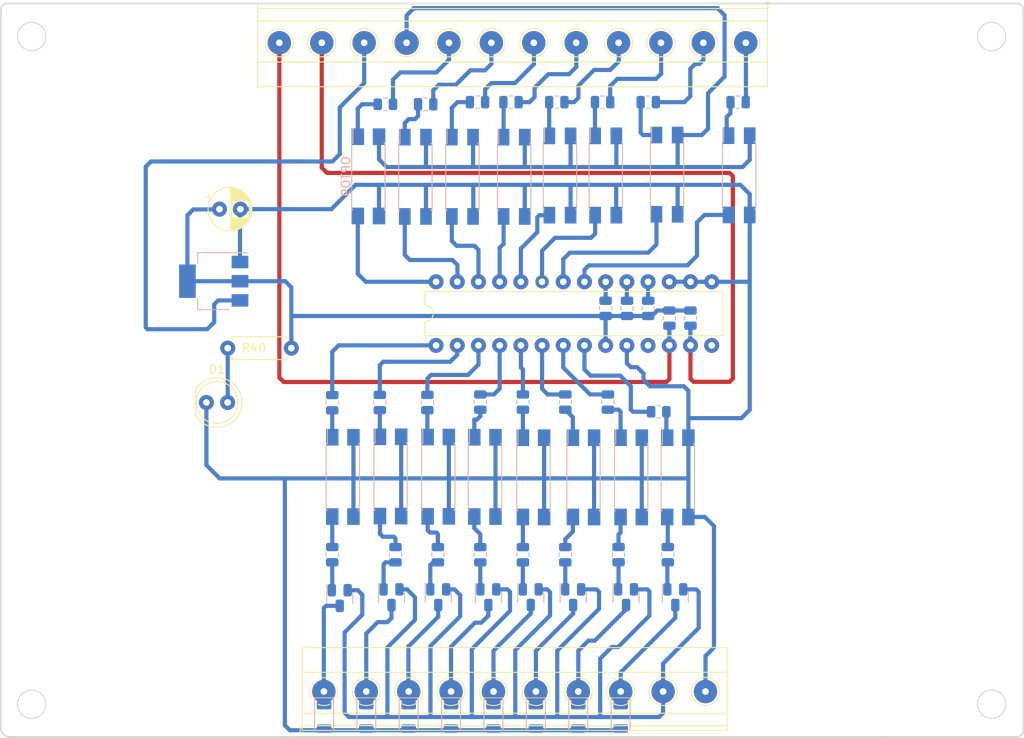
<source format=kicad_pcb>
(kicad_pcb (version 20211014) (generator pcbnew)
  (layers (0 "F.Cu" signal) (31 "B.Cu" signal) (34 "B.Paste" user) (35 "F.Paste" user) (36 "B.SilkS" user "B.Silkscreen") (37 "F.SilkS" user "F.Silkscreen") (38 "B.Mask" user) (39 "F.Mask" user) (44 "Edge.Cuts" user))
  (net 0 "")
  (net 1 "/3V3")
  (net 2 "GND")
  (net 3 "Net-(D2-Pad1)")
  (net 4 "Net-(D3-Pad1)")
  (net 5 "Net-(D4-Pad1)")
  (net 6 "Net-(D5-Pad1)")
  (net 7 "Net-(D6-Pad1)")
  (net 8 "Net-(D7-Pad1)")
  (net 9 "Net-(D8-Pad1)")
  (net 10 "Net-(J2-Pad4)")
  (net 11 "Net-(J2-Pad5)")
  (net 12 "Net-(J2-Pad6)")
  (net 13 "Net-(J2-Pad7)")
  (net 14 "Net-(D1-Pad2)")
  (net 15 "Net-(OPTO1-Pad1)")
  (net 16 "Net-(OPTO1-Pad4)")
  (net 17 "Net-(OPTO2-Pad1)")
  (net 18 "Net-(OPTO2-Pad4)")
  (net 19 "Net-(OPTO3-Pad1)")
  (net 20 "Net-(OPTO3-Pad4)")
  (net 21 "Net-(OPTO4-Pad1)")
  (net 22 "Net-(OPTO4-Pad4)")
  (net 23 "Net-(OPTO5-Pad1)")
  (net 24 "Net-(OPTO5-Pad4)")
  (net 25 "Net-(OPTO6-Pad1)")
  (net 26 "Net-(OPTO6-Pad4)")
  (net 27 "Net-(OPTO7-Pad1)")
  (net 28 "Net-(OPTO7-Pad4)")
  (net 29 "Net-(OPTO8-Pad1)")
  (net 30 "Net-(OPTO8-Pad4)")
  (net 31 "Net-(OPTO9-Pad1)")
  (net 32 "Net-(OPTO9-Pad4)")
  (net 33 "/VCC1")
  (net 34 "Net-(R1-Pad2)")
  (net 35 "Net-(R2-Pad2)")
  (net 36 "Net-(R3-Pad2)")
  (net 37 "Net-(R4-Pad2)")
  (net 38 "Net-(R5-Pad2)")
  (net 39 "Net-(R6-Pad2)")
  (net 40 "Net-(R7-Pad2)")
  (net 41 "Net-(R8-Pad2)")
  (net 42 "Net-(R10-Pad1)")
  (net 43 "Net-(R11-Pad1)")
  (net 44 "Net-(R12-Pad1)")
  (net 45 "Net-(R13-Pad1)")
  (net 46 "Net-(R14-Pad1)")
  (net 49 "Net-(U1-Pad22)")
  (net 50 "Net-(U1-Pad23)")
  (net 51 "Net-(U1-Pad24)")
  (net 52 "Net-(U1-Pad25)")
  (net 53 "Net-(U1-Pad26)")
  (net 54 "Net-(U1-Pad27)")
  (net 55 "Net-(J2-Pad1)")
  (net 56 "Net-(Q1-Pad1)")
  (net 57 "Net-(Q2-Pad1)")
  (net 58 "Net-(Q3-Pad1)")
  (net 59 "Net-(Q4-Pad1)")
  (net 60 "Net-(Q5-Pad1)")
  (net 61 "Net-(Q6-Pad1)")
  (net 62 "Net-(Q7-Pad1)")
  (net 63 "Net-(Q8-Pad1)")
  (net 64 "Net-(R15-Pad1)")
  (net 65 "Net-(R16-Pad1)")
  (net 66 "Net-(R17-Pad1)")
  (net 67 "Net-(R18-Pad1)")
  (net 68 "Net-(R19-Pad1)")
  (net 69 "Net-(J2-Pad11)")
  (net 70 "Net-(D9-Pad1)")
  (net 71 "Net-(J2-Pad2)")
  (net 72 "Net-(J2-Pad3)")
  (net 73 "Net-(J2-Pad12)")
  (net 74 "Net-(U1-Pad21)")
  (net 75 "Net-(J2-Pad8)")
  (net 76 "Net-(J2-Pad9)")
  (net 77 "Net-(J2-Pad10)")
  (footprint "LED_THT:LED_D5.0mm" (layer "F.Cu") (at 25.62901 49.04101)
    (fp_text reference "D1")
    (fp_text value "LED")
  )
  (footprint "Package_DIP:DIP-28_W7.62mm" (layer "F.Cu") (at 53.14383 42.19841 90)
    (fp_text reference "U1" hide)
    (fp_text value "MCP23017_SP" hide)
  )
  (footprint "Capacitor_THT:CP_Radial_D5.0mm_P2.50mm" (layer "F.Cu") (at 27.198898 25.87621)
    (fp_text reference "C1" hide)
    (fp_text value "C_Polarized_Small" hide)
  )
  (footprint "TerminalBlock_Phoenix:TerminalBlock_Phoenix_MKDS-1,5-12-5.08_1x12_P5.08mm_Horizontal" (layer "F.Cu") (at 90.25002 5.944 180)
    (fp_text reference "J2" hide)
    (fp_text value "Screw_Terminal_01x12" hide)
  )
  (footprint "Resistor_THT:R_Axial_DIN0207_L6.3mm_D2.5mm_P7.62mm_Horizontal" (layer "F.Cu") (at 35.80401 42.53139 180)
    (fp_text reference "R40")
    (fp_text value "R_Small" hide)
  )
  (footprint "TerminalBlock_Phoenix:TerminalBlock_Phoenix_MKDS-1,5-10-5.08_1x10_P5.08mm_Horizontal" (layer "F.Cu") (at 39.70402 83.668)
    (fp_text reference "J1" hide)
    (fp_text value "Screw_Terminal_01x10" hide)
  )
  (footprint "Diode_SMD:D_1206_3216Metric" (layer "B.Cu") (at 75.26001 86.70561 -90)
    (fp_text reference "D9" hide)
    (fp_text value "1N4148" hide)
  )
  (footprint "Package_TO_SOT_SMD:SOT-23" (layer "B.Cu") (at 59.40401 72.36739 -90)
    (fp_text reference "Q4" hide)
    (fp_text value "2N5401" hide)
  )
  (footprint "Resistor_SMD:R_0805_2012Metric" (layer "B.Cu") (at 53.36243 67.27821 90)
    (fp_text reference "R22" hide)
    (fp_text value "560" hide)
  )
  (footprint "Resistor_SMD:R_0805_2012Metric" (layer "B.Cu") (at 68.62783 67.27821 90)
    (fp_text reference "R25" hide)
    (fp_text value "560" hide)
  )
  (footprint "Resistor_SMD:R_0805_2012Metric" (layer "B.Cu") (at 63.54783 67.28011 90)
    (fp_text reference "R24" hide)
    (fp_text value "560" hide)
  )
  (footprint "Resistor_SMD:R_0805_2012Metric" (layer "B.Cu") (at 89.32883 13.056)
    (fp_text reference "R10" hide)
    (fp_text value "560" hide)
  )
  (footprint "Resistor_SMD:R_0805_2012Metric" (layer "B.Cu") (at 58.44243 67.27821 90)
    (fp_text reference "R23" hide)
    (fp_text value "560" hide)
  )
  (footprint "my_footprint:SO-4_7.6x3.6mm_P2.54mm_1234" (layer "B.Cu") (at 67.98981 21.84779 -90)
    (fp_text reference "U13" hide)
    (fp_text value "PC817" hide)
  )
  (footprint "Resistor_SMD:R_0805_2012Metric" (layer "B.Cu") (at 62.12241 13.056)
    (fp_text reference "R14" hide)
    (fp_text value "560" hide)
  )
  (footprint "my_footprint:SO-4_7.6x3.6mm_P2.54mm_1234" (layer "B.Cu") (at 50.66701 22.00019 -90)
    (fp_text reference "U16" hide)
    (fp_text value "PC817" hide)
  )
  (footprint "Resistor_SMD:R_0805_2012Metric" (layer "B.Cu") (at 79.82201 50.15139 180)
    (fp_text reference "R8" hide)
    (fp_text value "560" hide)
  )
  (footprint "Resistor_SMD:R_0805_2012Metric" (layer "B.Cu") (at 81.09923 38.93371 90)
    (fp_text reference "R30" hide)
    (fp_text value "10K" hide)
  )
  (footprint "Resistor_SMD:R_0805_2012Metric" (layer "B.Cu") (at 80.90401 67.26739 90)
    (fp_text reference "R27" hide)
    (fp_text value "560" hide)
  )
  (footprint "Resistor_SMD:R_0805_2012Metric" (layer "B.Cu") (at 40.70401 67.26739 90)
    (fp_text reference "R20" hide)
    (fp_text value "560" hide)
  )
  (footprint "Resistor_SMD:R_0805_2012Metric" (layer "B.Cu") (at 51.89602 13.31)
    (fp_text reference "R16" hide)
    (fp_text value "560" hide)
  )
  (footprint "Resistor_SMD:R_0805_2012Metric" (layer "B.Cu") (at 83.61383 38.93181 90)
    (fp_text reference "R29" hide)
    (fp_text value "10K" hide)
  )
  (footprint "Resistor_SMD:R_0805_2012Metric" (layer "B.Cu") (at 68.62783 48.99021 90)
    (fp_text reference "R6" hide)
    (fp_text value "560" hide)
  )
  (footprint "my_footprint:SO-4_7.6x3.6mm_P2.54mm_1234" (layer "B.Cu") (at 53.40601 57.93101 -90)
    (fp_text reference "OPTO3" hide)
    (fp_text value "PC817" hide)
  )
  (footprint "Diode_SMD:D_1206_3216Metric" (layer "B.Cu") (at 44.78001 86.70561 -90)
    (fp_text reference "D3" hide)
    (fp_text value "1N4148" hide)
  )
  (footprint "Resistor_SMD:R_0805_2012Metric" (layer "B.Cu") (at 73.45383 37.76341 -90)
    (fp_text reference "R18" hide)
    (fp_text value "10K" hide)
  )
  (footprint "my_footprint:SO-4_7.6x3.6mm_P2.54mm_1234" (layer "B.Cu") (at 47.69101 57.89839 -90)
    (fp_text reference "OPTO2" hide)
    (fp_text value "PC817" hide)
  )
  (footprint "Resistor_SMD:R_0805_2012Metric" (layer "B.Cu") (at 58.44243 48.99021 90)
    (fp_text reference "R4" hide)
    (fp_text value "560" hide)
  )
  (footprint "my_footprint:SO-4_7.6x3.6mm_P2.54mm_1234" (layer "B.Cu") (at 41.97601 57.95641 -90)
    (fp_text reference "OPTO1" hide)
    (fp_text value "PC817" hide)
  )
  (footprint "Resistor_SMD:R_0805_2012Metric" (layer "B.Cu") (at 78.55923 37.76341 -90)
    (fp_text reference "R19" hide)
    (fp_text value "10K" hide)
  )
  (footprint "Package_TO_SOT_SMD:SOT-23" (layer "B.Cu") (at 41.60401 72.46739 -90)
    (fp_text reference "Q1" hide)
    (fp_text value "2N5401" hide)
  )
  (footprint "Package_TO_SOT_SMD:SOT-223-3_TabPin2" (layer "B.Cu") (at 26.50401 34.50939 180)
    (fp_text reference "U2" hide)
    (fp_text value "LM1117-3.3" hide)
  )
  (footprint "Package_TO_SOT_SMD:SOT-23" (layer "B.Cu") (at 53.40401 72.36739 -90)
    (fp_text reference "Q3" hide)
    (fp_text value "2N5401" hide)
  )
  (footprint "Resistor_SMD:R_0805_2012Metric" (layer "B.Cu") (at 67.60881 13.056)
    (fp_text reference "R13" hide)
    (fp_text value "560" hide)
  )
  (footprint "Diode_SMD:D_1206_3216Metric" (layer "B.Cu") (at 49.86001 86.70561 -90)
    (fp_text reference "D4" hide)
    (fp_text value "1N4148" hide)
  )
  (footprint "my_footprint:SO-4_7.6x3.6mm_P2.54mm_1234" (layer "B.Cu") (at 56.30581 22.00019 -90)
    (fp_text reference "U15" hide)
    (fp_text value "PC817" hide)
  )
  (footprint "my_footprint:SO-4_7.6x3.6mm_P2.54mm_1234" (layer "B.Cu") (at 76.52001 58.00721 -90)
    (fp_text reference "OPTO7" hide)
    (fp_text value "PC817" hide)
  )
  (footprint "Resistor_SMD:R_0805_2012Metric" (layer "B.Cu") (at 63.54783 48.99021 90)
    (fp_text reference "R5" hide)
    (fp_text value "560" hide)
  )
  (footprint "Resistor_SMD:R_0805_2012Metric" (layer "B.Cu") (at 46.40401 49.04291 90)
    (fp_text reference "R2" hide)
    (fp_text value "560" hide)
  )
  (footprint "Resistor_SMD:R_0805_2012Metric" (layer "B.Cu") (at 52.10401 49.04101 90)
    (fp_text reference "R3" hide)
    (fp_text value "560" hide)
  )
  (footprint "Resistor_SMD:R_0805_2012Metric" (layer "B.Cu") (at 48.28243 67.27821 90)
    (fp_text reference "R21" hide)
    (fp_text value "560" hide)
  )
  (footprint "my_footprint:SO-4_7.6x3.6mm_P2.54mm_1234" (layer "B.Cu") (at 58.99401 57.95641 -90)
    (fp_text reference "OPTO4" hide)
    (fp_text value "PC817" hide)
  )
  (footprint "my_footprint:SO-4_7.6x3.6mm_P2.54mm_1234" (layer "B.Cu") (at 82.10801 58.00721 -90)
    (fp_text reference "OPTO8" hide)
    (fp_text value "PC817" hide)
  )
  (footprint "Diode_SMD:D_1206_3216Metric" (layer "B.Cu") (at 60.02001 86.70561 -90)
    (fp_text reference "D6" hide)
    (fp_text value "1N4148" hide)
  )
  (footprint "Resistor_SMD:R_0805_2012Metric" (layer "B.Cu") (at 47.07002 13.31)
    (fp_text reference "R9" hide)
    (fp_text value "560" hide)
  )
  (footprint "Diode_SMD:D_1206_3216Metric" (layer "B.Cu") (at 39.72541 86.70561 -90)
    (fp_text reference "D2" hide)
    (fp_text value "1N4148" hide)
  )
  (footprint "Package_TO_SOT_SMD:SOT-23" (layer "B.Cu") (at 75.90401 72.36739 -90)
    (fp_text reference "Q7" hide)
    (fp_text value "2N5401" hide)
  )
  (footprint "my_footprint:SO-4_7.6x3.6mm_P2.54mm_1234" (layer "B.Cu") (at 89.45281 21.82239 -90)
    (fp_text reference "U10" hide)
    (fp_text value "PC817" hide)
  )
  (footprint "Resistor_SMD:R_0805_2012Metric" (layer "B.Cu") (at 73.09521 13.056)
    (fp_text reference "R12" hide)
    (fp_text value "560" hide)
  )
  (footprint "Resistor_SMD:R_0805_2012Metric" (layer "B.Cu") (at 73.73323 48.99021 90)
    (fp_text reference "R7" hide)
    (fp_text value "560" hide)
  )
  (footprint "Package_TO_SOT_SMD:SOT-23" (layer "B.Cu") (at 69.56763 72.36739 -90)
    (fp_text reference "Q6" hide)
    (fp_text value "2N5401" hide)
  )
  (footprint "my_footprint:SO-4_7.6x3.6mm_P2.54mm_1234" (layer "B.Cu") (at 70.80501 58.00721 -90)
    (fp_text reference "OPTO6" hide)
    (fp_text value "PC817" hide)
  )
  (footprint "my_footprint:SO-4_7.6x3.6mm_P2.54mm_1234" (layer "B.Cu") (at 62.50341 22.00019 -90)
    (fp_text reference "U14" hide)
    (fp_text value "PC817" hide)
  )
  (footprint "Resistor_SMD:R_0805_2012Metric" (layer "B.Cu") (at 40.70401 49.06641 90)
    (fp_text reference "R1" hide)
    (fp_text value "560" hide)
  )
  (footprint "my_footprint:SO-4_7.6x3.6mm_P2.54mm_1234" (layer "B.Cu") (at 73.47201 21.84779 -90)
    (fp_text reference "U12" hide)
    (fp_text value "PC817" hide)
  )
  (footprint "Diode_SMD:D_1206_3216Metric" (layer "B.Cu") (at 54.94001 86.70561 -90)
    (fp_text reference "D5" hide)
    (fp_text value "1N4148" hide)
  )
  (footprint "Resistor_SMD:R_0805_2012Metric" (layer "B.Cu") (at 58.10921 13.056)
    (fp_text reference "R15" hide)
    (fp_text value "560" hide)
  )
  (footprint "my_footprint:SO-4_7.6x3.6mm_P2.54mm_1234" (layer "B.Cu") (at 45.03802 21.946 -90)
    (fp_text reference "OPTO9")
    (fp_text value "PC818" hide)
  )
  (footprint "Resistor_SMD:R_0805_2012Metric" (layer "B.Cu") (at 75.00401 67.26739 90)
    (fp_text reference "R26" hide)
    (fp_text value "560" hide)
  )
  (footprint "Package_TO_SOT_SMD:SOT-23" (layer "B.Cu") (at 64.48763 72.36739 -90)
    (fp_text reference "Q5" hide)
    (fp_text value "2N5401" hide)
  )
  (footprint "Package_TO_SOT_SMD:SOT-23" (layer "B.Cu") (at 81.80401 72.36739 -90)
    (fp_text reference "Q8" hide)
    (fp_text value "2N5401" hide)
  )
  (footprint "my_footprint:SO-4_7.6x3.6mm_P2.54mm_1234" (layer "B.Cu") (at 80.81681 21.74619 -90)
    (fp_text reference "U11" hide)
    (fp_text value "PC817" hide)
  )
  (footprint "Diode_SMD:D_1206_3216Metric" (layer "B.Cu") (at 65.10001 86.70561 -90)
    (fp_text reference "D7" hide)
    (fp_text value "1N4148" hide)
  )
  (footprint "Package_TO_SOT_SMD:SOT-23" (layer "B.Cu") (at 47.80401 72.36739 -90)
    (fp_text reference "Q2" hide)
    (fp_text value "2N5401" hide)
  )
  (footprint "my_footprint:SO-4_7.6x3.6mm_P2.54mm_1234" (layer "B.Cu") (at 64.81783 58.00721 -90)
    (fp_text reference "OPTO5" hide)
    (fp_text value "PC817" hide)
  )
  (footprint "Diode_SMD:D_1206_3216Metric" (layer "B.Cu") (at 70.18001 86.70561 -90)
    (fp_text reference "D8" hide)
    (fp_text value "1N4148" hide)
  )
  (footprint "Resistor_SMD:R_0805_2012Metric" (layer "B.Cu") (at 76.01923 37.76341 -90)
    (fp_text reference "R17" hide)
    (fp_text value "10K" hide)
  )
  (footprint "Resistor_SMD:R_0805_2012Metric" (layer "B.Cu") (at 78.56602 13.056)
    (fp_text reference "R11" hide)
    (fp_text value "560" hide)
  )
  (gr_circle (center 4.7 5.1968) (end 6.4 5.1968) (layer "Edge.Cuts") (width 0.1) (fill none))
  (gr_line (start 1 2) (end 1 87.979) (layer "Edge.Cuts") (width 0.2))
  (gr_arc (start 1 2) (mid 1.223188 1.461188) (end 1.762 1.238) (layer "Edge.Cuts") (width 0.2))
  (gr_line (start 2.143 89.122) (end 122.738 89.1088) (layer "Edge.Cuts") (width 0.2))
  (gr_line (start 123.5 88.3468) (end 123.5 2) (layer "Edge.Cuts") (width 0.2))
  (gr_circle (center 4.687804 85.1968) (end 6.387804 85.1968) (layer "Edge.Cuts") (width 0.1) (fill none))
  (gr_line (start 122.738 1.238) (end 1.762 1.238) (layer "Edge.Cuts") (width 0.2))
  (gr_arc (start 2.143 89.122) (mid 1.334787 88.787219) (end 1 87.979) (layer "Edge.Cuts") (width 0.2))
  (gr_circle (center 119.699004 5.1972) (end 121.399004 5.1972) (layer "Edge.Cuts") (width 0.1) (fill none))
  (gr_arc (start 122.738 1.238) (mid 123.276825 1.46118) (end 123.5 2) (layer "Edge.Cuts") (width 0.2))
  (gr_arc (start 123.496189 88.346385) (mid 123.273012 88.885209) (end 122.734189 89.108385) (layer "Edge.Cuts") (width 0.2))
  (gr_circle (center 119.699004 85.1818) (end 121.399004 85.1818) (layer "Edge.Cuts") (width 0.1) (fill none))
  (segment (start 35.06939 34.50939) (end 35.80401 35.24401) (width 0.5) (layer "B.Cu") (net 1))
  (segment (start 23.35401 26.61201) (end 23.35401 34.50939) (width 0.5) (layer "B.Cu") (net 1))
  (segment (start 27.198898 25.87621) (end 27.165718 25.90939) (width 0.25) (layer "B.Cu") (net 1))
  (segment (start 23.35401 34.50939) (end 35.06939 34.50939) (width 0.5) (layer "B.Cu") (net 1))
  (segment (start 79.64953 38.01931) (end 83.61383 38.01931) (width 0.5) (layer "B.Cu") (net 1))
  (segment (start 78.55923 38.67591) (end 78.99293 38.67591) (width 0.5) (layer "B.Cu") (net 1))
  (segment (start 78.55923 38.67591) (end 35.87471 38.67591) (width 0.5) (layer "B.Cu") (net 1))
  (segment (start 78.99293 38.67591) (end 79.64953 38.01931) (width 0.5) (layer "B.Cu") (net 1))
  (segment (start 24.05663 25.90939) (end 23.35401 26.61201) (width 0.5) (layer "B.Cu") (net 1))
  (segment (start 35.80401 35.24401) (end 35.80401 42.53139) (width 0.5) (layer "B.Cu") (net 1))
  (segment (start 27.165718 25.90939) (end 24.05663 25.90939) (width 0.5) (layer "B.Cu") (net 1))
  (segment (start 73.45383 38.67591) (end 73.45383 42.18841) (width 0.5) (layer "B.Cu") (net 1))
  (segment (start 83.37801 47.64539) (end 83.37801 53.25721) (width 0.5) (layer "B.Cu") (net 2))
  (segment (start 48.96101 53.14839) (end 48.96101 62.64839) (width 0.5) (layer "B.Cu") (net 2))
  (segment (start 85.00083 34.57841) (end 86.16383 34.57841) (width 0.5) (layer "B.Cu") (net 2))
  (segment (start 85.34123 62.75721) (end 86.44002 63.856) (width 0.5) (layer "B.Cu") (net 2))
  (segment (start 72.07501 62.75721) (end 72.07501 53.25721) (width 0.5) (layer "B.Cu") (net 2))
  (segment (start 83.37801 50.91339) (end 89.73063 50.91339) (width 0.5) (layer "B.Cu") (net 2))
  (segment (start 74.74201 26.59779) (end 74.72081 26.57659) (width 0.25) (layer "B.Cu") (net 2))
  (segment (start 29.65401 25.921098) (end 29.698898 25.87621) (width 0.25) (layer "B.Cu") (net 2))
  (segment (start 66.08783 53.25721) (end 66.08783 62.75721) (width 0.5) (layer "B.Cu") (net 2))
  (segment (start 25.62901 49.04101) (end 25.62901 56.54239) (width 0.5) (layer "B.Cu") (net 2))
  (segment (start 90.72281 49.92121) (end 90.72281 34.42721) (width 0.5) (layer "B.Cu") (net 2))
  (segment (start 76.47801 44.80939) (end 77.24001 44.80939) (width 0.5) (layer "B.Cu") (net 2))
  (segment (start 81.08383 34.57841) (end 85.00083 34.57841) (width 0.5) (layer "B.Cu") (net 2))
  (segment (start 43.24601 53.20641) (end 43.24601 62.70641) (width 0.5) (layer "B.Cu") (net 2))
  (segment (start 49.84623 87.85161) (end 49.86001 87.86539) (width 0.5) (layer "B.Cu") (net 2))
  (segment (start 78.00201 45.57139) (end 78.00201 46.33339) (width 0.5) (layer "B.Cu") (net 2))
  (segment (start 57.60121 26.72479) (end 57.60121 22.96539) (width 0.5) (layer "B.Cu") (net 2))
  (segment (start 27.21923 58.13261) (end 83.27801 58.13261) (width 0.5) (layer "B.Cu") (net 2))
  (segment (start 78.00201 46.33339) (end 78.76401 47.09539) (width 0.5) (layer "B.Cu") (net 2))
  (segment (start 46.30802 26.696) (end 46.30802 22.96878) (width 0.5) (layer "B.Cu") (net 2))
  (segment (start 83.37801 58.03261) (end 83.37801 62.75721) (width 0.5) (layer "B.Cu") (net 2))
  (segment (start 90.72281 26.57239) (end 90.72281 24.08299) (width 0.5) (layer "B.Cu") (net 2))
  (segment (start 76.00383 44.33521) (end 76.47801 44.80939) (width 0.5) (layer "B.Cu") (net 2))
  (segment (start 35.03079 87.71939) (end 35.03079 58.34939) (width 0.5) (layer "B.Cu") (net 2))
  (segment (start 69.25981 22.99079) (end 69.28521 22.96539) (width 0.25) (layer "B.Cu") (net 2))
  (segment (start 83.37801 53.25721) (end 83.37801 58.03261) (width 0.5) (layer "B.Cu") (net 2))
  (segment (start 40.59981 25.87621) (end 43.51063 22.96539) (width 0.5) (layer "B.Cu") (net 2))
  (segment (start 89.73063 50.91339) (end 90.72281 49.92121) (width 0.5) (layer "B.Cu") (net 2))
  (segment (start 74.72081 26.57659) (end 74.72081 22.96539) (width 0.5) (layer "B.Cu") (net 2))
  (segment (start 29.65401 25.921098) (end 29.65401 32.20939) (width 0.5) (layer "B.Cu") (net 2))
  (segment (start 27.21923 58.13261) (end 25.62901 56.54239) (width 0.5) (layer "B.Cu") (net 2))
  (segment (start 85.42402 79.4094) (end 86.44002 78.3934) (width 0.5) (layer "B.Cu") (net 2))
  (segment (start 75.00901 88.22961) (end 75.26001 87.97861) (width 0.5) (layer "B.Cu") (net 2))
  (segment (start 82.08681 23.06699) (end 82.18841 22.96539) (width 0.25) (layer "B.Cu") (net 2))
  (segment (start 63.77341 26.75019) (end 63.77341 23.09239) (width 0.5) (layer "B.Cu") (net 2))
  (segment (start 77.79001 53.25721) (end 77.79001 62.75721) (width 0.5) (layer "B.Cu") (net 2))
  (segment (start 35.61601 88.30461) (end 74.99601 88.30461) (width 0.5) (layer "B.Cu") (net 2))
  (segment (start 90.57161 34.57841) (end 90.72281 34.42721) (width 0.5) (layer "B.Cu") (net 2))
  (segment (start 86.44002 63.856) (end 86.44002 78.3934) (width 0.5) (layer "B.Cu") (net 2))
  (segment (start 78.76401 47.09539) (end 82.82801 47.09539) (width 0.5) (layer "B.Cu") (net 2))
  (segment (start 85.42402 83.668) (end 85.42402 79.4094) (width 0.5) (layer "B.Cu") (net 2))
  (segment (start 46.30802 22.96878) (end 46.31141 22.96539) (width 0.25) (layer "B.Cu") (net 2))
  (segment (start 29.698898 25.87621) (end 40.59981 25.87621) (width 0.5) (layer "B.Cu") (net 2))
  (segment (start 90.72281 24.08299) (end 89.60521 22.96539) (width 0.5) (layer "B.Cu") (net 2))
  (segment (start 35.03079 87.71939) (end 35.61601 88.30461) (width 0.5) (layer "B.Cu") (net 2))
  (segment (start 83.37801 62.75721) (end 85.34123 62.75721) (width 0.5) (layer "B.Cu") (net 2))
  (segment (start 86.16383 34.57841) (end 90.57161 34.57841) (width 0.5) (layer "B.Cu") (net 2))
  (segment (start 51.93701 26.75019) (end 51.93701 23.14319) (width 0.5) (layer "B.Cu") (net 2))
  (segment (start 76.00383 42.19841) (end 76.00383 44.33521) (width 0.5) (layer "B.Cu") (net 2))
  (segment (start 82.82801 47.09539) (end 83.37801 47.64539) (width 0.5) (layer "B.Cu") (net 2))
  (segment (start 90.72281 26.57239) (end 90.72281 34.42721) (width 0.5) (layer "B.Cu") (net 2))
  (segment (start 82.08681 26.49619) (end 82.08681 23.06699) (width 0.5) (layer "B.Cu") (net 2))
  (segment (start 60.26401 53.20641) (end 60.26401 62.70641) (width 0.5) (layer "B.Cu") (net 2))
  (segment (start 69.25981 26.59779) (end 69.25981 22.99079) (width 0.5) (layer "B.Cu") (net 2))
  (segment (start 54.67601 53.18101) (end 54.67601 62.68101) (width 0.5) (layer "B.Cu") (net 2))
  (segment (start 77.24001 44.80939) (end 78.00201 45.57139) (width 0.5) (layer "B.Cu") (net 2))
  (segment (start 43.51063 22.96539) (end 89.60521 22.96539) (width 0.5) (layer "B.Cu") (net 2))
  (segment (start 39.69723 73.66061) (end 39.69723 83.57917) (width 0.5) (layer "B.Cu") (net 3))
  (segment (start 41.60401 73.40489) (end 40.14151 73.40489) (width 0.5) (layer "B.Cu") (net 3))
  (segment (start 39.95295 73.40489) (end 39.69723 73.66061) (width 0.5) (layer "B.Cu") (net 3))
  (segment (start 39.18923 83.83317) (end 39.09601 83.92639) (width 0.5) (layer "B.Cu") (net 3))
  (segment (start 44.77723 76.72701) (end 44.77723 83.57917) (width 0.5) (layer "B.Cu") (net 4))
  (segment (start 44.26923 83.83317) (end 44.17601 83.92639) (width 0.5) (layer "B.Cu") (net 4))
  (segment (start 46.14883 75.35541) (end 44.77723 76.72701) (width 0.5) (layer "B.Cu") (net 4))
  (segment (start 47.80401 73.30489) (end 47.80401 74.86739) (width 0.5) (layer "B.Cu") (net 4))
  (segment (start 47.31599 75.35541) (end 46.14883 75.35541) (width 0.5) (layer "B.Cu") (net 4))
  (segment (start 47.80401 74.86739) (end 47.31599 75.35541) (width 0.5) (layer "B.Cu") (net 4))
  (segment (start 49.85723 78.25101) (end 53.40401 74.70423) (width 0.5) (layer "B.Cu") (net 5))
  (segment (start 53.40401 74.70423) (end 53.40401 73.30489) (width 0.5) (layer "B.Cu") (net 5))
  (segment (start 49.32383 83.85857) (end 49.25601 83.92639) (width 0.5) (layer "B.Cu") (net 5))
  (segment (start 49.83183 78.22561) (end 49.83183 83.60457) (width 0.5) (layer "B.Cu") (net 5))
  (segment (start 49.85723 78.25101) (end 49.83183 78.22561) (width 0.5) (layer "B.Cu") (net 5))
  (segment (start 57.80901 75.41639) (end 54.93723 78.28817) (width 0.5) (layer "B.Cu") (net 6))
  (segment (start 59.40401 74.58339) (end 58.57101 75.41639) (width 0.5) (layer "B.Cu") (net 6))
  (segment (start 58.57101 75.41639) (end 57.80901 75.41639) (width 0.5) (layer "B.Cu") (net 6))
  (segment (start 54.93723 78.28817) (end 54.93723 83.57917) (width 0.5) (layer "B.Cu") (net 6))
  (segment (start 54.42923 83.83317) (end 54.33601 83.92639) (width 0.5) (layer "B.Cu") (net 6))
  (segment (start 59.40401 73.30489) (end 59.40401 74.58339) (width 0.5) (layer "B.Cu") (net 6))
  (segment (start 60.02402 78.78938) (end 60.02402 83.668) (width 0.5) (layer "B.Cu") (net 7))
  (segment (start 59.50923 83.83317) (end 59.41601 83.92639) (width 0.5) (layer "B.Cu") (net 7))
  (segment (start 64.48763 74.32577) (end 64.48763 73.30489) (width 0.5) (layer "B.Cu") (net 7))
  (segment (start 60.02402 78.78938) (end 64.48763 74.32577) (width 0.5) (layer "B.Cu") (net 7))
  (segment (start 64.49601 83.92639) (end 64.58923 83.83317) (width 0.5) (layer "B.Cu") (net 8))
  (segment (start 65.10402 78.78938) (end 69.56763 74.32577) (width 0.5) (layer "B.Cu") (net 8))
  (segment (start 65.10402 83.668) (end 65.10402 78.78938) (width 0.5) (layer "B.Cu") (net 8))
  (segment (start 69.56763 74.32577) (end 69.56763 73.30489) (width 0.5) (layer "B.Cu") (net 8))
  (segment (start 71.39801 77.57539) (end 70.18402 78.78938) (width 0.5) (layer "B.Cu") (net 9))
  (segment (start 69.66923 83.83317) (end 69.57601 83.92639) (width 0.5) (layer "B.Cu") (net 9))
  (segment (start 75.90401 73.83139) (end 72.16001 77.57539) (width 0.5) (layer "B.Cu") (net 9))
  (segment (start 75.90401 73.30489) (end 75.90401 73.83139) (width 0.5) (layer "B.Cu") (net 9))
  (segment (start 70.18402 78.78938) (end 70.18402 83.668) (width 0.5) (layer "B.Cu") (net 9))
  (segment (start 72.16001 77.57539) (end 71.39801 77.57539) (width 0.5) (layer "B.Cu") (net 9))
  (segment (start 72.07921 9.19859) (end 70.19961 11.07819) (width 0.5) (layer "B.Cu") (net 10))
  (segment (start 69.67602 13.056) (end 68.52131 13.056) (width 0.5) (layer "B.Cu") (net 10))
  (segment (start 70.19961 11.07819) (end 70.19961 12.53241) (width 0.5) (layer "B.Cu") (net 10))
  (segment (start 75.02863 5.65761) (end 75.02863 8.17957) (width 0.5) (layer "B.Cu") (net 10))
  (segment (start 74.00961 9.19859) (end 72.07921 9.19859) (width 0.5) (layer "B.Cu") (net 10))
  (segment (start 70.19961 12.53241) (end 69.67602 13.056) (width 0.5) (layer "B.Cu") (net 10))
  (segment (start 75.02863 8.17957) (end 74.00961 9.19859) (width 0.5) (layer "B.Cu") (net 10))
  (segment (start 64.94181 11.35759) (end 64.94181 12.45621) (width 0.5) (layer "B.Cu") (net 11))
  (segment (start 69.94863 8.83997) (end 69.08201 9.70659) (width 0.5) (layer "B.Cu") (net 11))
  (segment (start 69.94863 5.65761) (end 69.94863 8.83997) (width 0.5) (layer "B.Cu") (net 11))
  (segment (start 66.59281 9.70659) (end 64.94181 11.35759) (width 0.5) (layer "B.Cu") (net 11))
  (segment (start 64.34202 13.056) (end 63.03491 13.056) (width 0.5) (layer "B.Cu") (net 11))
  (segment (start 64.94181 12.45621) (end 64.34202 13.056) (width 0.5) (layer "B.Cu") (net 11))
  (segment (start 69.08201 9.70659) (end 66.59281 9.70659) (width 0.5) (layer "B.Cu") (net 11))
  (segment (start 64.86863 5.65761) (end 64.86863 8.50261) (width 0.5) (layer "B.Cu") (net 12))
  (segment (start 59.77002 10.77) (end 62.31002 10.77) (width 0.5) (layer "B.Cu") (net 12))
  (segment (start 62.31002 10.77) (end 62.60124 10.77) (width 0.5) (layer "B.Cu") (net 12))
  (segment (start 62.60124 10.77) (end 64.86863 8.50261) (width 0.5) (layer "B.Cu") (net 12))
  (segment (start 59.02171 11.51831) (end 59.77002 10.77) (width 0.5) (layer "B.Cu") (net 12))
  (segment (start 59.02171 13.056) (end 59.02171 11.51831) (width 0.5) (layer "B.Cu") (net 12))
  (segment (start 55.96951 10.52549) (end 55.51841 10.97659) (width 0.5) (layer "B.Cu") (net 13))
  (segment (start 55.96951 10.52549) (end 57.249 9.246) (width 0.5) (layer "B.Cu") (net 13))
  (segment (start 52.80852 11.6355) (end 52.80852 13.31) (width 0.5) (layer "B.Cu") (net 13))
  (segment (start 53.46743 10.97659) (end 52.80852 11.6355) (width 0.5) (layer "B.Cu") (net 13))
  (segment (start 55.51841 10.97659) (end 53.46743 10.97659) (width 0.5) (layer "B.Cu") (net 13))
  (segment (start 57.249 9.246) (end 59.00802 9.246) (width 0.5) (layer "B.Cu") (net 13))
  (segment (start 59.77002 8.484) (end 59.77002 5.944) (width 0.5) (layer "B.Cu") (net 13))
  (segment (start 57.14401 9.35099) (end 55.96951 10.52549) (width 0.5) (layer "B.Cu") (net 13))
  (segment (start 59.00802 9.246) (end 59.77002 8.484) (width 0.5) (layer "B.Cu") (net 13))
  (segment (start 28.18401 49.02601) (end 28.16901 49.04101) (width 0.25) (layer "B.Cu") (net 14))
  (segment (start 28.18401 42.53139) (end 28.18401 49.02601) (width 0.5) (layer "B.Cu") (net 14))
  (segment (start 40.70401 53.20441) (end 40.70601 53.20641) (width 0.25) (layer "B.Cu") (net 15))
  (segment (start 40.70401 49.97891) (end 40.70401 53.20441) (width 0.5) (layer "B.Cu") (net 15))
  (segment (start 40.70601 62.70641) (end 40.70601 66.35289) (width 0.5) (layer "B.Cu") (net 16))
  (segment (start 40.70601 66.35289) (end 40.70401 66.35489) (width 0.25) (layer "B.Cu") (net 16))
  (segment (start 46.40401 53.13139) (end 46.42101 53.14839) (width 0.25) (layer "B.Cu") (net 17))
  (segment (start 46.40401 49.95541) (end 46.40401 53.13139) (width 0.5) (layer "B.Cu") (net 17))
  (segment (start 46.42101 64.75901) (end 46.42101 62.64839) (width 0.5) (layer "B.Cu") (net 18))
  (segment (start 48.28243 65.32241) (end 48.08602 65.126) (width 0.5) (layer "B.Cu") (net 18))
  (segment (start 48.28243 66.36571) (end 48.28243 65.32241) (width 0.5) (layer "B.Cu") (net 18))
  (segment (start 46.788 65.126) (end 46.42101 64.75901) (width 0.5) (layer "B.Cu") (net 18))
  (segment (start 48.08602 65.126) (end 46.788 65.126) (width 0.5) (layer "B.Cu") (net 18))
  (segment (start 52.10401 49.95351) (end 52.10401 53.14901) (width 0.5) (layer "B.Cu") (net 19))
  (segment (start 52.10401 53.14901) (end 52.13601 53.18101) (width 0.25) (layer "B.Cu") (net 19))
  (segment (start 52.13601 64.34999) (end 52.40402 64.618) (width 0.5) (layer "B.Cu") (net 20))
  (segment (start 52.40402 64.618) (end 53.16602 64.618) (width 0.5) (layer "B.Cu") (net 20))
  (segment (start 52.13601 62.68101) (end 52.13601 64.34999) (width 0.5) (layer "B.Cu") (net 20))
  (segment (start 53.36243 64.81441) (end 53.36243 66.36571) (width 0.5) (layer "B.Cu") (net 20))
  (segment (start 53.16602 64.618) (end 53.36243 64.81441) (width 0.5) (layer "B.Cu") (net 20))
  (segment (start 57.72401 51.09661) (end 57.72401 53.20641) (width 0.5) (layer "B.Cu") (net 21))
  (segment (start 57.72401 51.09661) (end 58.03401 51.09661) (width 0.5) (layer "B.Cu") (net 21))
  (segment (start 58.44243 49.90271) (end 58.44243 50.68819) (width 0.5) (layer "B.Cu") (net 21))
  (segment (start 58.03401 51.09661) (end 58.44243 50.68819) (width 0.5) (layer "B.Cu") (net 21))
  (segment (start 57.72401 62.70641) (end 57.72401 64.09599) (width 0.5) (layer "B.Cu") (net 22))
  (segment (start 57.72401 64.09599) (end 58.44243 64.81441) (width 0.5) (layer "B.Cu") (net 22))
  (segment (start 58.44243 64.81441) (end 58.44243 66.36571) (width 0.5) (layer "B.Cu") (net 22))
  (segment (start 63.54783 49.90271) (end 63.54783 53.25721) (width 0.5) (layer "B.Cu") (net 23))
  (segment (start 63.54783 62.75721) (end 63.54783 66.36761) (width 0.5) (layer "B.Cu") (net 24))
  (segment (start 69.53501 50.80989) (end 68.62783 49.90271) (width 0.5) (layer "B.Cu") (net 25))
  (segment (start 69.53501 53.25721) (end 69.53501 50.80989) (width 0.5) (layer "B.Cu") (net 25))
  (segment (start 68.62783 66.36571) (end 68.62783 65.41219) (width 0.5) (layer "B.Cu") (net 26))
  (segment (start 68.62783 65.41219) (end 69.53501 64.50501) (width 0.5) (layer "B.Cu") (net 26))
  (segment (start 69.53501 64.50501) (end 69.53501 62.75721) (width 0.5) (layer "B.Cu") (net 26))
  (segment (start 75.00411 49.90271) (end 73.73323 49.90271) (width 0.5) (layer "B.Cu") (net 27))
  (segment (start 75.25001 50.14861) (end 75.00411 49.90271) (width 0.5) (layer "B.Cu") (net 27))
  (segment (start 75.25001 53.25721) (end 75.25001 50.14861) (width 0.5) (layer "B.Cu") (net 27))
  (segment (start 75.25001 62.75721) (end 75.25001 64.62139) (width 0.5) (layer "B.Cu") (net 28))
  (segment (start 75.00401 66.35489) (end 75.00401 64.86739) (width 0.5) (layer "B.Cu") (net 28))
  (segment (start 75.00401 64.86739) (end 75.25001 64.62139) (width 0.5) (layer "B.Cu") (net 28))
  (segment (start 80.73451 50.15139) (end 80.73451 53.15371) (width 0.5) (layer "B.Cu") (net 29))
  (segment (start 81.32783 53.25721) (end 81.32783 52.72401) (width 0.5) (layer "B.Cu") (net 29))
  (segment (start 80.90401 62.82321) (end 80.83801 62.75721) (width 0.25) (layer "B.Cu") (net 30))
  (segment (start 80.83801 66.28889) (end 80.90401 66.35489) (width 0.25) (layer "B.Cu") (net 30))
  (segment (start 80.90401 66.35489) (end 80.90401 62.82321) (width 0.5) (layer "B.Cu") (net 30))
  (segment (start 43.76802 13.818) (end 44.27602 13.31) (width 0.5) (layer "B.Cu") (net 31))
  (segment (start 43.76802 17.196) (end 43.76802 13.818) (width 0.5) (layer "B.Cu") (net 31))
  (segment (start 44.27602 13.31) (end 46.15752 13.31) (width 0.5) (layer "B.Cu") (net 31))
  (segment (start 44.71503 34.57841) (end 43.76802 33.6314) (width 0.5) (layer "B.Cu") (net 32))
  (segment (start 53.15923 34.56301) (end 53.14383 34.57841) (width 0.5) (layer "B.Cu") (net 32))
  (segment (start 53.14383 34.57841) (end 44.71503 34.57841) (width 0.5) (layer "B.Cu") (net 32))
  (segment (start 43.76802 33.6314) (end 43.76802 26.696) (width 0.5) (layer "B.Cu") (net 32))
  (segment (start 55.34651 71.42989) (end 56.03101 72.11439) (width 0.5) (layer "B.Cu") (net 33))
  (segment (start 56.03101 74.65439) (end 52.47343 78.21197) (width 0.5) (layer "B.Cu") (net 33))
  (segment (start 60.35401 71.42989) (end 61.69651 71.42989) (width 0.5) (layer "B.Cu") (net 33))
  (segment (start 62.63343 78.71997) (end 66.79903 74.55437) (width 0.5) (layer "B.Cu") (net 33))
  (segment (start 50.61593 75.07931) (end 50.61593 72.37931) (width 0.5) (layer "B.Cu") (net 33))
  (segment (start 44.30401 72.06739) (end 43.76651 71.52989) (width 0.5) (layer "B.Cu") (net 33))
  (segment (start 42.18643 76.58497) (end 44.30401 74.46739) (width 0.5) (layer "B.Cu") (net 33))
  (segment (start 72.36451 71.42989) (end 72.66801 71.73339) (width 0.5) (layer "B.Cu") (net 33))
  (segment (start 80.34402 86.2366) (end 79.85601 86.72461) (width 0.5) (layer "B.Cu") (net 33))
  (segment (start 42.18643 86.20981) (end 42.18643 76.58497) (width 0.5) (layer "B.Cu") (net 33))
  (segment (start 82.75401 71.42989) (end 84.30251 71.42989) (width 0.5) (layer "B.Cu") (net 33))
  (segment (start 84.30251 71.42989) (end 84.60601 71.73339) (width 0.5) (layer "B.Cu") (net 33))
  (segment (start 76.85401 71.42989) (end 78.46651 71.42989) (width 0.5) (layer "B.Cu") (net 33))
  (segment (start 42.70123 86.72461) (end 42.18643 86.20981) (width 0.5) (layer "B.Cu") (net 33))
  (segment (start 47.31723 78.37801) (end 47.31723 86.56583) (width 0.5) (layer "B.Cu") (net 33))
  (segment (start 74.95401 78.33739) (end 74.19201 78.33739) (width 0.5) (layer "B.Cu") (net 33))
  (segment (start 84.60601 76.05139) (end 80.34402 80.31338) (width 0.5) (layer "B.Cu") (net 33))
  (segment (start 66.45655 71.42989) (end 65.43763 71.42989) (width 0.5) (layer "B.Cu") (net 33))
  (segment (start 78.46651 71.42989) (end 78.70401 71.66739) (width 0.5) (layer "B.Cu") (net 33))
  (segment (start 61.69651 71.42989) (end 62.00001 71.73339) (width 0.5) (layer "B.Cu") (net 33))
  (segment (start 70.51763 71.42989) (end 72.36451 71.42989) (width 0.5) (layer "B.Cu") (net 33))
  (segment (start 79.73601 83.92639) (end 79.82923 83.83317) (width 0.5) (layer "B.Cu") (net 33))
  (segment (start 80.34402 80.31338) (end 80.34402 86.2366) (width 0.5) (layer "B.Cu") (net 33))
  (segment (start 52.47343 78.21197) (end 52.47343 86.63203) (width 0.5) (layer "B.Cu") (net 33))
  (segment (start 56.03101 72.11439) (end 56.03101 74.65439) (width 0.5) (layer "B.Cu") (net 33))
  (segment (start 57.42643 78.59297) (end 57.42643 86.70503) (width 0.5) (layer "B.Cu") (net 33))
  (segment (start 62.00001 74.01939) (end 57.42643 78.59297) (width 0.5) (layer "B.Cu") (net 33))
  (segment (start 72.80439 79.72501) (end 72.80439 86.67623) (width 0.5) (layer "B.Cu") (net 33))
  (segment (start 74.19201 78.33739) (end 72.80439 79.72501) (width 0.5) (layer "B.Cu") (net 33))
  (segment (start 42.70123 86.72461) (end 79.85601 86.72461) (width 0.5) (layer "B.Cu") (net 33))
  (segment (start 66.79903 71.77237) (end 66.45655 71.42989) (width 0.5) (layer "B.Cu") (net 33))
  (segment (start 50.61593 72.37931) (end 49.66651 71.42989) (width 0.5) (layer "B.Cu") (net 33))
  (segment (start 62.63343 78.71997) (end 62.63343 86.66719) (width 0.5) (layer "B.Cu") (net 33))
  (segment (start 54.35401 71.42989) (end 55.34651 71.42989) (width 0.5) (layer "B.Cu") (net 33))
  (segment (start 72.66801 71.73339) (end 72.66801 73.76539) (width 0.5) (layer "B.Cu") (net 33))
  (segment (start 62.00001 71.73339) (end 62.00001 74.01939) (width 0.5) (layer "B.Cu") (net 33))
  (segment (start 84.60601 71.73339) (end 84.60601 76.05139) (width 0.5) (layer "B.Cu") (net 33))
  (segment (start 44.30401 74.46739) (end 44.30401 72.06739) (width 0.5) (layer "B.Cu") (net 33))
  (segment (start 67.66263 78.77077) (end 67.66263 86.57799) (width 0.5) (layer "B.Cu") (net 33))
  (segment (start 67.66263 78.77077) (end 72.66801 73.76539) (width 0.5) (layer "B.Cu") (net 33))
  (segment (start 50.61593 75.07931) (end 47.31723 78.37801) (width 0.5) (layer "B.Cu") (net 33))
  (segment (start 78.70401 74.58739) (end 74.95401 78.33739) (width 0.5) (layer "B.Cu") (net 33))
  (segment (start 78.70401 71.66739) (end 78.70401 74.58739) (width 0.5) (layer "B.Cu") (net 33))
  (segment (start 66.79903 74.55437) (end 66.79903 71.77237) (width 0.5) (layer "B.Cu") (net 33))
  (segment (start 43.76651 71.52989) (end 42.55401 71.52989) (width 0.5) (layer "B.Cu") (net 33))
  (segment (start 49.66651 71.42989) (end 48.75401 71.42989) (width 0.5) (layer "B.Cu") (net 33))
  (segment (start 41.47299 42.19841) (end 40.70401 42.96739) (width 0.5) (layer "B.Cu") (net 34))
  (segment (start 53.14383 42.19841) (end 41.47299 42.19841) (width 0.5) (layer "B.Cu") (net 34))
  (segment (start 40.70401 42.96739) (end 40.70401 48.15391) (width 0.5) (layer "B.Cu") (net 34))
  (segment (start 55.68383 43.31601) (end 55.68383 42.19841) (width 0.5) (layer "B.Cu") (net 35))
  (segment (start 46.80719 44.16421) (end 54.83563 44.16421) (width 0.5) (layer "B.Cu") (net 35))
  (segment (start 46.40401 44.56739) (end 46.80719 44.16421) (width 0.5) (layer "B.Cu") (net 35))
  (segment (start 54.83563 44.16421) (end 55.68383 43.31601) (width 0.5) (layer "B.Cu") (net 35))
  (segment (start 46.40401 48.13041) (end 46.40401 44.56739) (width 0.5) (layer "B.Cu") (net 35))
  (segment (start 56.96923 45.73901) (end 52.53239 45.73901) (width 0.5) (layer "B.Cu") (net 36))
  (segment (start 52.10401 46.16739) (end 52.10401 48.12851) (width 0.5) (layer "B.Cu") (net 36))
  (segment (start 52.53239 45.73901) (end 52.10401 46.16739) (width 0.5) (layer "B.Cu") (net 36))
  (segment (start 58.22383 44.48441) (end 56.96923 45.73901) (width 0.5) (layer "B.Cu") (net 36))
  (segment (start 58.22383 42.19841) (end 58.22383 44.48441) (width 0.5) (layer "B.Cu") (net 36))
  (segment (start 60.76383 47.38001) (end 60.06613 48.07771) (width 0.5) (layer "B.Cu") (net 37))
  (segment (start 58.44243 48.07771) (end 60.06613 48.07771) (width 0.5) (layer "B.Cu") (net 37))
  (segment (start 60.76383 42.19841) (end 60.76383 47.38001) (width 0.5) (layer "B.Cu") (net 37))
  (segment (start 63.30383 42.19841) (end 63.30383 44.84001) (width 0.5) (layer "B.Cu") (net 38))
  (segment (start 63.54783 48.07771) (end 63.54783 45.08401) (width 0.5) (layer "B.Cu") (net 38))
  (segment (start 63.54783 45.08401) (end 63.30383 44.84001) (width 0.5) (layer "B.Cu") (net 38))
  (segment (start 66.52153 48.07771) (end 65.84383 47.40001) (width 0.5) (layer "B.Cu") (net 39))
  (segment (start 68.62783 48.07771) (end 66.52153 48.07771) (width 0.5) (layer "B.Cu") (net 39))
  (segment (start 65.84383 47.40001) (end 65.84383 42.19841) (width 0.5) (layer "B.Cu") (net 39))
  (segment (start 68.38383 42.19841) (end 68.38383 44.86001) (width 0.5) (layer "B.Cu") (net 40))
  (segment (start 68.38383 44.86001) (end 71.60153 48.07771) (width 0.5) (layer "B.Cu") (net 40))
  (segment (start 71.60153 48.07771) (end 73.73323 48.07771) (width 0.5) (layer "B.Cu") (net 40))
  (segment (start 76.47801 47.09539) (end 76.47801 49.88939) (width 0.5) (layer "B.Cu") (net 41))
  (segment (start 75.20801 45.82539) (end 76.47801 47.09539) (width 0.5) (layer "B.Cu") (net 41))
  (segment (start 76.74001 50.15139) (end 78.90951 50.15139) (width 0.5) (layer "B.Cu") (net 41))
  (segment (start 71.65201 45.82539) (end 75.20801 45.82539) (width 0.5) (layer "B.Cu") (net 41))
  (segment (start 70.92383 45.09721) (end 71.65201 45.82539) (width 0.5) (layer "B.Cu") (net 41))
  (segment (start 70.92383 42.19841) (end 70.92383 45.09721) (width 0.5) (layer "B.Cu") (net 41))
  (segment (start 76.47801 49.88939) (end 76.74001 50.15139) (width 0.5) (layer "B.Cu") (net 41))
  (segment (start 88.41633 14.38169) (end 87.96402 14.834) (width 0.5) (layer "B.Cu") (net 42))
  (segment (start 87.96402 16.8536) (end 88.18281 17.07239) (width 0.25) (layer "B.Cu") (net 42))
  (segment (start 87.96402 14.834) (end 87.96402 16.8536) (width 0.5) (layer "B.Cu") (net 42))
  (segment (start 88.41633 13.056) (end 88.41633 14.38169) (width 0.5) (layer "B.Cu") (net 42))
  (segment (start 79.54681 16.99619) (end 77.93421 16.99619) (width 0.5) (layer "B.Cu") (net 43))
  (segment (start 77.65352 13.056) (end 77.65352 16.7155) (width 0.5) (layer "B.Cu") (net 43))
  (segment (start 77.93421 16.99619) (end 77.65352 16.7155) (width 0.5) (layer "B.Cu") (net 43))
  (segment (start 77.66301 12.45589) (end 77.66911 12.44979) (width 0.25) (layer "B.Cu") (net 43))
  (segment (start 72.18271 17.07849) (end 72.20201 17.09779) (width 0.25) (layer "B.Cu") (net 44))
  (segment (start 72.18271 13.056) (end 72.18271 17.07849) (width 0.5) (layer "B.Cu") (net 44))
  (segment (start 66.69631 13.056) (end 66.69631 17.07429) (width 0.5) (layer "B.Cu") (net 45))
  (segment (start 66.69631 17.07429) (end 66.71981 17.09779) (width 0.25) (layer "B.Cu") (net 45))
  (segment (start 61.23341 12.62949) (end 61.41311 12.44979) (width 0.25) (layer "B.Cu") (net 46))
  (segment (start 61.23341 17.25019) (end 61.23341 13.0795) (width 0.5) (layer "B.Cu") (net 46))
  (segment (start 68.38383 31.87419) (end 68.38383 34.57841) (width 0.5) (layer "B.Cu") (net 49))
  (segment (start 79.54681 30.10921) (end 79.54681 26.49619) (width 0.5) (layer "B.Cu") (net 49))
  (segment (start 78.56602 31.09) (end 69.16802 31.09) (width 0.5) (layer "B.Cu") (net 49))
  (segment (start 69.16802 31.09) (end 68.38383 31.87419) (width 0.5) (layer "B.Cu") (net 49))
  (segment (start 79.54681 30.10921) (end 78.56602 31.09) (width 0.5) (layer "B.Cu") (net 49))
  (segment (start 71.70802 29.312) (end 67.39002 29.312) (width 0.5) (layer "B.Cu") (net 50))
  (segment (start 72.20201 28.81801) (end 71.70802 29.312) (width 0.5) (layer "B.Cu") (net 50))
  (segment (start 72.20201 26.59779) (end 72.23161 26.62739) (width 0.5) (layer "B.Cu") (net 50))
  (segment (start 67.39002 29.312) (end 65.84383 30.85819) (width 0.5) (layer "B.Cu") (net 50))
  (segment (start 72.20201 28.81801) (end 72.20201 26.59779) (width 0.5) (layer "B.Cu") (net 50))
  (segment (start 65.84383 30.85819) (end 65.84383 34.57841) (width 0.5) (layer "B.Cu") (net 50))
  (segment (start 65.52581 26.59779) (end 65.27201 26.85159) (width 0.5) (layer "B.Cu") (net 51))
  (segment (start 63.30383 30.60419) (end 65.27201 28.63601) (width 0.5) (layer "B.Cu") (net 51))
  (segment (start 65.52581 26.59779) (end 66.71981 26.59779) (width 0.5) (layer "B.Cu") (net 51))
  (segment (start 63.30383 30.60419) (end 63.30383 34.57841) (width 0.5) (layer "B.Cu") (net 51))
  (segment (start 65.27201 26.85159) (end 65.27201 28.63601) (width 0.5) (layer "B.Cu") (net 51))
  (segment (start 60.76383 30.50757) (end 61.23341 30.03799) (width 0.5) (layer "B.Cu") (net 52))
  (segment (start 60.76383 34.57841) (end 60.76383 30.50757) (width 0.5) (layer "B.Cu") (net 52))
  (segment (start 61.23341 26.75019) (end 61.23341 30.03799) (width 0.5) (layer "B.Cu") (net 52))
  (segment (start 55.03581 29.69919) (end 55.60401 30.26739) (width 0.5) (layer "B.Cu") (net 53))
  (segment (start 58.22383 30.74757) (end 58.22383 34.57841) (width 0.5) (layer "B.Cu") (net 53))
  (segment (start 55.60401 30.26739) (end 57.74365 30.26739) (width 0.5) (layer "B.Cu") (net 53))
  (segment (start 55.03581 26.75019) (end 55.03581 29.69919) (width 0.5) (layer "B.Cu") (net 53))
  (segment (start 57.74365 30.26739) (end 58.22383 30.74757) (width 0.5) (layer "B.Cu") (net 53))
  (segment (start 55.68383 34.57841) (end 55.70602 34.55622) (width 0.25) (layer "B.Cu") (net 54))
  (segment (start 55.10401 31.96739) (end 55.70602 32.5694) (width 0.5) (layer "B.Cu") (net 54))
  (segment (start 55.70602 32.5694) (end 55.70602 34.55622) (width 0.5) (layer "B.Cu") (net 54))
  (segment (start 55.79781 34.46443) (end 55.68383 34.57841) (width 0.5) (layer "B.Cu") (net 54))
  (segment (start 49.39701 26.75019) (end 49.39701 31.36039) (width 0.5) (layer "B.Cu") (net 54))
  (segment (start 50.00401 31.96739) (end 55.10401 31.96739) (width 0.5) (layer "B.Cu") (net 54))
  (segment (start 49.39701 31.36039) (end 50.00401 31.96739) (width 0.5) (layer "B.Cu") (net 54))
  (segment (start 90.31943 5.70841) (end 90.26863 5.65761) (width 0.5) (layer "B.Cu") (net 55))
  (segment (start 90.26863 5.65761) (end 90.26863 12.31451) (width 0.5) (layer "B.Cu") (net 55))
  (segment (start 90.26863 12.31451) (end 90.31943 12.36531) (width 0.5) (layer "B.Cu") (net 55))
  (segment (start 40.70401 68.17989) (end 40.70401 71.47989) (width 0.5) (layer "B.Cu") (net 56))
  (segment (start 47.12733 68.19071) (end 47.10401 68.16739) (width 0.25) (layer "B.Cu") (net 57))
  (segment (start 48.28243 68.19071) (end 47.12733 68.19071) (width 0.5) (layer "B.Cu") (net 57))
  (segment (start 46.85401 68.41739) (end 46.85401 71.42989) (width 0.5) (layer "B.Cu") (net 57))
  (segment (start 47.10401 68.16739) (end 46.85401 68.41739) (width 0.5) (layer "B.Cu") (net 57))
  (segment (start 52.78069 68.19071) (end 52.45401 68.51739) (width 0.5) (layer "B.Cu") (net 58))
  (segment (start 53.36243 68.19071) (end 52.78069 68.19071) (width 0.5) (layer "B.Cu") (net 58))
  (segment (start 52.45401 68.51739) (end 52.45401 71.42989) (width 0.5) (layer "B.Cu") (net 58))
  (segment (start 58.44243 71.41831) (end 58.45401 71.42989) (width 0.25) (layer "B.Cu") (net 59))
  (segment (start 58.44243 68.19071) (end 58.44243 71.41831) (width 0.5) (layer "B.Cu") (net 59))
  (segment (start 63.53763 71.42989) (end 63.53763 68.20281) (width 0.5) (layer "B.Cu") (net 60))
  (segment (start 63.53763 68.20281) (end 63.54783 68.19261) (width 0.25) (layer "B.Cu") (net 60))
  (segment (start 68.62783 68.19071) (end 68.62783 71.41969) (width 0.5) (layer "B.Cu") (net 61))
  (segment (start 68.62783 71.41969) (end 68.61763 71.42989) (width 0.25) (layer "B.Cu") (net 61))
  (segment (start 75.00401 71.37989) (end 74.95401 71.42989) (width 0.25) (layer "B.Cu") (net 62))
  (segment (start 75.00401 68.17989) (end 75.00401 71.37989) (width 0.5) (layer "B.Cu") (net 62))
  (segment (start 80.85401 71.42989) (end 80.85401 68.22989) (width 0.5) (layer "B.Cu") (net 63))
  (segment (start 80.85401 68.22989) (end 80.90401 68.17989) (width 0.25) (layer "B.Cu") (net 63))
  (segment (start 55.70602 13.056) (end 57.19671 13.056) (width 0.5) (layer "B.Cu") (net 64))
  (segment (start 55.03581 17.25019) (end 55.03581 13.72621) (width 0.5) (layer "B.Cu") (net 64))
  (segment (start 55.03581 13.72621) (end 55.70602 13.056) (width 0.5) (layer "B.Cu") (net 64))
  (segment (start 50.62602 15.088) (end 49.86402 15.088) (width 0.5) (layer "B.Cu") (net 65))
  (segment (start 50.98352 14.7305) (end 50.62602 15.088) (width 0.5) (layer "B.Cu") (net 65))
  (segment (start 49.39701 15.55501) (end 49.86402 15.088) (width 0.5) (layer "B.Cu") (net 65))
  (segment (start 50.98352 13.31) (end 50.98352 14.7305) (width 0.5) (layer "B.Cu") (net 65))
  (segment (start 49.39701 17.25019) (end 49.39701 15.55501) (width 0.5) (layer "B.Cu") (net 65))
  (segment (start 76.00383 34.57841) (end 76.00383 36.83551) (width 0.5) (layer "B.Cu") (net 66))
  (segment (start 76.00383 36.83551) (end 76.01923 36.85091) (width 0.5) (layer "B.Cu") (net 66))
  (segment (start 73.46383 34.57841) (end 73.46383 36.84091) (width 0.5) (layer "B.Cu") (net 67))
  (segment (start 73.46383 36.84091) (end 73.45383 36.85091) (width 0.5) (layer "B.Cu") (net 67))
  (segment (start 78.54383 36.83551) (end 78.55923 36.85091) (width 0.5) (layer "B.Cu") (net 68))
  (segment (start 78.54383 34.57841) (end 78.54383 36.83551) (width 0.5) (layer "B.Cu") (net 68))
  (segment (start 88.70401 21.92661) (end 88.70401 46.16739) (width 0.5) (layer "F.Cu") (net 69))
  (segment (start 39.45002 5.944) (end 39.45002 20.89862) (width 0.5) (layer "F.Cu") (net 69))
  (segment (start 88.70401 46.16739) (end 88.30401 46.56739) (width 0.5) (layer "F.Cu") (net 69))
  (segment (start 39.45002 20.89862) (end 40.08601 21.53461) (width 0.5) (layer "F.Cu") (net 69))
  (segment (start 88.30401 46.56739) (end 84.00401 46.56739) (width 0.5) (layer "F.Cu") (net 69))
  (segment (start 40.08601 21.53461) (end 88.31201 21.53461) (width 0.5) (layer "F.Cu") (net 69))
  (segment (start 84.00401 46.56739) (end 83.62383 46.18721) (width 0.5) (layer "F.Cu") (net 69))
  (segment (start 88.31201 21.53461) (end 88.70401 21.92661) (width 0.5) (layer "F.Cu") (net 69))
  (segment (start 83.62383 46.18721) (end 83.62383 42.19841) (width 0.5) (layer "F.Cu") (net 69))
  (segment (start 83.61383 42.18841) (end 83.62383 42.19841) (width 0.5) (layer "B.Cu") (net 69))
  (segment (start 83.61383 39.84431) (end 83.61383 42.18841) (width 0.5) (layer "B.Cu") (net 69))
  (segment (start 81.80401 73.30489) (end 81.80401 74.84201) (width 0.5) (layer "B.Cu") (net 70))
  (segment (start 75.26402 81.382) (end 75.26402 83.668) (width 0.5) (layer "B.Cu") (net 70))
  (segment (start 74.74923 83.83317) (end 74.65601 83.92639) (width 0.5) (layer "B.Cu") (net 70))
  (segment (start 81.80401 74.84201) (end 75.26402 81.382) (width 0.5) (layer "B.Cu") (net 70))
  (segment (start 84.20401 8.46739) (end 83.60401 9.06739) (width 0.5) (layer "B.Cu") (net 71))
  (segment (start 85.17002 5.944) (end 85.17002 8.00138) (width 0.5) (layer "B.Cu") (net 71))
  (segment (start 83.60401 12.34461) (end 82.89262 13.056) (width 0.5) (layer "B.Cu") (net 71))
  (segment (start 83.60401 9.06739) (end 83.60401 12.34461) (width 0.5) (layer "B.Cu") (net 71))
  (segment (start 82.89262 13.056) (end 79.47852 13.056) (width 0.5) (layer "B.Cu") (net 71))
  (segment (start 84.70401 8.46739) (end 84.20401 8.46739) (width 0.5) (layer "B.Cu") (net 71))
  (segment (start 85.17002 8.00138) (end 84.70401 8.46739) (width 0.5) (layer "B.Cu") (net 71))
  (segment (start 74.00771 11.13089) (end 74.87321 10.26539) (width 0.5) (layer "B.Cu") (net 72))
  (segment (start 74.00771 11.13089) (end 74.00771 13.056) (width 0.5) (layer "B.Cu") (net 72))
  (segment (start 74.87321 10.26539) (end 79.49601 10.26539) (width 0.5) (layer "B.Cu") (net 72))
  (segment (start 79.49601 10.26539) (end 80.10863 9.65277) (width 0.5) (layer "B.Cu") (net 72))
  (segment (start 80.10863 9.65277) (end 80.10863 5.65761) (width 0.5) (layer "B.Cu") (net 72))
  (segment (start 81.08383 42.19841) (end 81.10401 42.21859) (width 0.25) (layer "F.Cu") (net 73))
  (segment (start 81.10401 42.21859) (end 81.10401 46.22661) (width 0.5) (layer "F.Cu") (net 73))
  (segment (start 81.10401 46.22661) (end 80.74662 46.584) (width 0.5) (layer "F.Cu") (net 73))
  (segment (start 34.37002 46.06862) (end 34.37002 5.944) (width 0.5) (layer "F.Cu") (net 73))
  (segment (start 34.8854 46.584) (end 34.37002 46.06862) (width 0.5) (layer "F.Cu") (net 73))
  (segment (start 80.74662 46.584) (end 34.8854 46.584) (width 0.5) (layer "F.Cu") (net 73))
  (segment (start 81.09923 42.18301) (end 81.08383 42.19841) (width 0.5) (layer "B.Cu") (net 73))
  (segment (start 81.09923 39.84621) (end 81.09923 42.18301) (width 0.5) (layer "B.Cu") (net 73))
  (segment (start 84.40401 31.46061) (end 83.25062 32.614) (width 0.5) (layer "B.Cu") (net 74))
  (segment (start 71.45402 32.614) (end 70.92383 33.14419) (width 0.5) (layer "B.Cu") (net 74))
  (segment (start 84.40401 27.46739) (end 84.40401 31.46061) (width 0.5) (layer "B.Cu") (net 74))
  (segment (start 85.29901 26.57239) (end 84.40401 27.46739) (width 0.5) (layer "B.Cu") (net 74))
  (segment (start 70.92383 33.14419) (end 70.92383 34.57841) (width 0.5) (layer "B.Cu") (net 74))
  (segment (start 83.25062 32.614) (end 71.45402 32.614) (width 0.5) (layer "B.Cu") (net 74))
  (segment (start 88.18281 26.57239) (end 85.29901 26.57239) (width 0.5) (layer "B.Cu") (net 74))
  (segment (start 48.84802 9.5) (end 53.16602 9.5) (width 0.5) (layer "B.Cu") (net 75))
  (segment (start 47.98252 10.3655) (end 48.84802 9.5) (width 0.5) (layer "B.Cu") (net 75))
  (segment (start 54.69002 7.976) (end 54.69002 5.944) (width 0.5) (layer "B.Cu") (net 75))
  (segment (start 47.98252 13.31) (end 47.98252 10.3655) (width 0.5) (layer "B.Cu") (net 75))
  (segment (start 53.16602 9.5) (end 54.69002 7.976) (width 0.5) (layer "B.Cu") (net 75))
  (segment (start 54.75943 5.70841) (end 54.70863 5.65761) (width 0.5) (layer "B.Cu") (net 75))
  (segment (start 50.49501 1.79341) (end 86.86143 1.79341) (width 0.5) (layer "B.Cu") (net 76))
  (segment (start 84.97521 16.99619) (end 82.08681 16.99619) (width 0.5) (layer "B.Cu") (net 76))
  (segment (start 46.30802 19.914) (end 47.22581 20.83179) (width 0.5) (layer "B.Cu") (net 76))
  (segment (start 51.93701 17.25019) (end 51.93701 20.71699) (width 0.5) (layer "B.Cu") (net 76))
  (segment (start 49.61002 5.944) (end 49.61002 2.6784) (width 0.5) (layer "B.Cu") (net 76))
  (segment (start 49.61002 2.6784) (end 50.49501 1.79341) (width 0.5) (layer "B.Cu") (net 76))
  (segment (start 87.71002 10.008) (end 85.72732 11.9907) (width 0.5) (layer "B.Cu") (net 76))
  (segment (start 69.25981 17.09779) (end 69.25981 20.75559) (width 0.5) (layer "B.Cu") (net 76))
  (segment (start 57.57581 17.25019) (end 57.57581 20.60319) (width 0.5) (layer "B.Cu") (net 76))
  (segment (start 82.08681 16.99619) (end 82.08681 20.81959) (width 0.5) (layer "B.Cu") (net 76))
  (segment (start 86.86143 1.79341) (end 87.71002 2.642) (width 0.5) (layer "B.Cu") (net 76))
  (segment (start 85.72732 11.9907) (end 85.72732 16.24408) (width 0.5) (layer "B.Cu") (net 76))
  (segment (start 46.30802 17.196) (end 46.30802 19.914) (width 0.5) (layer "B.Cu") (net 76))
  (segment (start 74.74201 17.09779) (end 74.74201 20.75139) (width 0.5) (layer "B.Cu") (net 76))
  (segment (start 63.77341 17.25019) (end 63.77341 20.80639) (width 0.5) (layer "B.Cu") (net 76))
  (segment (start 89.85921 20.83179) (end 90.72281 19.96819) (width 0.5) (layer "B.Cu") (net 76))
  (segment (start 90.72281 17.07239) (end 90.72281 19.96819) (width 0.5) (layer "B.Cu") (net 76))
  (segment (start 49.62863 5.65761) (end 49.62863 6.94139) (width 0.5) (layer "B.Cu") (net 76))
  (segment (start 74.74201 17.96939) (end 74.72983 17.98157) (width 0.25) (layer "B.Cu") (net 76))
  (segment (start 85.72732 16.24408) (end 84.97521 16.99619) (width 0.5) (layer "B.Cu") (net 76))
  (segment (start 47.22581 20.83179) (end 89.85921 20.83179) (width 0.5) (layer "B.Cu") (net 76))
  (segment (start 87.71002 2.642) (end 87.71002 10.008) (width 0.5) (layer "B.Cu") (net 76))
  (segment (start 82.08681 20.81959) (end 82.07461 20.83179) (width 0.25) (layer "B.Cu") (net 76))
  (segment (start 18.36401 40.04581) (end 18.58099 40.26279) (width 0.5) (layer "B.Cu") (net 77))
  (segment (start 18.98862 20.168) (end 18.36401 20.79261) (width 0.5) (layer "B.Cu") (net 77))
  (segment (start 40.72002 20.168) (end 18.98862 20.168) (width 0.5) (layer "B.Cu") (net 77))
  (segment (start 18.36401 20.79261) (end 18.36401 40.04581) (width 0.5) (layer "B.Cu") (net 77))
  (segment (start 41.60902 13.691) (end 41.60902 19.279) (width 0.5) (layer "B.Cu") (net 77))
  (segment (start 18.58099 40.26279) (end 25.72421 40.26279) (width 0.5) (layer "B.Cu") (net 77))
  (segment (start 25.72421 40.26279) (end 26.56241 39.42459) (width 0.5) (layer "B.Cu") (net 77))
  (segment (start 26.56241 39.42459) (end 26.56241 37.29099) (width 0.5) (layer "B.Cu") (net 77))
  (segment (start 27.04401 36.80939) (end 29.65401 36.80939) (width 0.5) (layer "B.Cu") (net 77))
  (segment (start 26.56241 37.29099) (end 27.04401 36.80939) (width 0.5) (layer "B.Cu") (net 77))
  (segment (start 44.53002 5.944) (end 44.53002 10.77) (width 0.5) (layer "B.Cu") (net 77))
  (segment (start 44.53002 10.77) (end 41.60902 13.691) (width 0.5) (layer "B.Cu") (net 77))
  (segment (start 41.60902 19.279) (end 40.72002 20.168) (width 0.5) (layer "B.Cu") (net 77))
)
</source>
